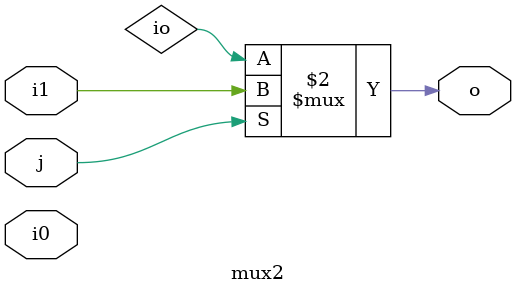
<source format=v>
module mux2 (input wire i0,i1,j, output wire o);

assign o = (j==0)? io:i1;

endmodule

</source>
